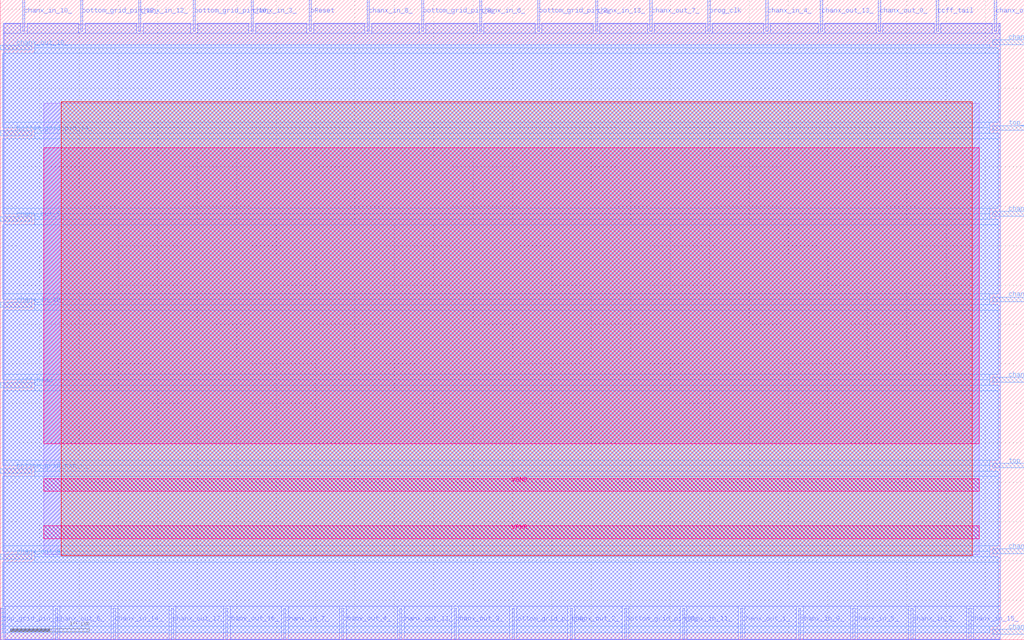
<source format=lef>
VERSION 5.7 ;
  NAMESCASESENSITIVE ON ;
  NOWIREEXTENSIONATPIN ON ;
  DIVIDERCHAR "/" ;
  BUSBITCHARS "[]" ;
UNITS
  DATABASE MICRONS 200 ;
END UNITS

MACRO cbx_1__0_
  CLASS BLOCK ;
  FOREIGN cbx_1__0_ ;
  ORIGIN 0.000 0.000 ;
  SIZE 129.920 BY 81.200 ;
  PIN bottom_grid_pin_0_
    DIRECTION OUTPUT TRISTATE ;
    PORT
      LAYER met3 ;
        RECT 0.000 21.120 4.000 21.720 ;
    END
  END bottom_grid_pin_0_
  PIN bottom_grid_pin_10_
    DIRECTION OUTPUT TRISTATE ;
    PORT
      LAYER met2 ;
        RECT 24.470 77.200 24.750 81.200 ;
    END
  END bottom_grid_pin_10_
  PIN bottom_grid_pin_12_
    DIRECTION OUTPUT TRISTATE ;
    PORT
      LAYER met2 ;
        RECT 10.210 77.200 10.490 81.200 ;
    END
  END bottom_grid_pin_12_
  PIN bottom_grid_pin_14_
    DIRECTION OUTPUT TRISTATE ;
    PORT
      LAYER met3 ;
        RECT 0.000 63.960 4.000 64.560 ;
    END
  END bottom_grid_pin_14_
  PIN bottom_grid_pin_2_
    DIRECTION OUTPUT TRISTATE ;
    PORT
      LAYER met2 ;
        RECT 68.170 77.200 68.450 81.200 ;
    END
  END bottom_grid_pin_2_
  PIN bottom_grid_pin_4_
    DIRECTION OUTPUT TRISTATE ;
    PORT
      LAYER met2 ;
        RECT 64.950 0.000 65.230 4.000 ;
    END
  END bottom_grid_pin_4_
  PIN bottom_grid_pin_6_
    DIRECTION OUTPUT TRISTATE ;
    PORT
      LAYER met2 ;
        RECT 79.210 0.000 79.490 4.000 ;
    END
  END bottom_grid_pin_6_
  PIN bottom_grid_pin_8_
    DIRECTION OUTPUT TRISTATE ;
    PORT
      LAYER met2 ;
        RECT 53.450 77.200 53.730 81.200 ;
    END
  END bottom_grid_pin_8_
  PIN ccff_head
    DIRECTION INPUT ;
    PORT
      LAYER met3 ;
        RECT 0.000 32.000 4.000 32.600 ;
    END
  END ccff_head
  PIN ccff_tail
    DIRECTION OUTPUT TRISTATE ;
    PORT
      LAYER met2 ;
        RECT 118.770 77.200 119.050 81.200 ;
    END
  END ccff_tail
  PIN chanx_in_0_
    DIRECTION INPUT ;
    PORT
      LAYER met3 ;
        RECT 125.920 42.880 129.920 43.480 ;
    END
  END chanx_in_0_
  PIN chanx_in_10_
    DIRECTION INPUT ;
    PORT
      LAYER met2 ;
        RECT 2.850 77.200 3.130 81.200 ;
    END
  END chanx_in_10_
  PIN chanx_in_11_
    DIRECTION INPUT ;
    PORT
      LAYER met2 ;
        RECT 86.570 0.000 86.850 4.000 ;
    END
  END chanx_in_11_
  PIN chanx_in_12_
    DIRECTION INPUT ;
    PORT
      LAYER met2 ;
        RECT 17.570 77.200 17.850 81.200 ;
    END
  END chanx_in_12_
  PIN chanx_in_13_
    DIRECTION INPUT ;
    PORT
      LAYER met2 ;
        RECT 75.530 77.200 75.810 81.200 ;
    END
  END chanx_in_13_
  PIN chanx_in_14_
    DIRECTION INPUT ;
    PORT
      LAYER met2 ;
        RECT 14.350 0.000 14.630 4.000 ;
    END
  END chanx_in_14_
  PIN chanx_in_15_
    DIRECTION INPUT ;
    PORT
      LAYER met2 ;
        RECT 122.910 0.000 123.190 4.000 ;
    END
  END chanx_in_15_
  PIN chanx_in_16_
    DIRECTION INPUT ;
    PORT
      LAYER met3 ;
        RECT 0.000 42.200 4.000 42.800 ;
    END
  END chanx_in_16_
  PIN chanx_in_17_
    DIRECTION INPUT ;
    PORT
      LAYER met3 ;
        RECT 125.920 10.920 129.920 11.520 ;
    END
  END chanx_in_17_
  PIN chanx_in_1_
    DIRECTION INPUT ;
    PORT
      LAYER met3 ;
        RECT 125.920 75.520 129.920 76.120 ;
    END
  END chanx_in_1_
  PIN chanx_in_2_
    DIRECTION INPUT ;
    PORT
      LAYER met2 ;
        RECT 115.550 0.000 115.830 4.000 ;
    END
  END chanx_in_2_
  PIN chanx_in_3_
    DIRECTION INPUT ;
    PORT
      LAYER met2 ;
        RECT 31.830 77.200 32.110 81.200 ;
    END
  END chanx_in_3_
  PIN chanx_in_4_
    DIRECTION INPUT ;
    PORT
      LAYER met2 ;
        RECT 97.150 77.200 97.430 81.200 ;
    END
  END chanx_in_4_
  PIN chanx_in_5_
    DIRECTION INPUT ;
    PORT
      LAYER met2 ;
        RECT 108.190 0.000 108.470 4.000 ;
    END
  END chanx_in_5_
  PIN chanx_in_6_
    DIRECTION INPUT ;
    PORT
      LAYER met2 ;
        RECT 60.810 77.200 61.090 81.200 ;
    END
  END chanx_in_6_
  PIN chanx_in_7_
    DIRECTION INPUT ;
    PORT
      LAYER met2 ;
        RECT 35.970 0.000 36.250 4.000 ;
    END
  END chanx_in_7_
  PIN chanx_in_8_
    DIRECTION INPUT ;
    PORT
      LAYER met2 ;
        RECT 46.550 77.200 46.830 81.200 ;
    END
  END chanx_in_8_
  PIN chanx_in_9_
    DIRECTION INPUT ;
    PORT
      LAYER met2 ;
        RECT 101.290 0.000 101.570 4.000 ;
    END
  END chanx_in_9_
  PIN chanx_out_0_
    DIRECTION OUTPUT TRISTATE ;
    PORT
      LAYER met2 ;
        RECT 111.410 77.200 111.690 81.200 ;
    END
  END chanx_out_0_
  PIN chanx_out_10_
    DIRECTION OUTPUT TRISTATE ;
    PORT
      LAYER met3 ;
        RECT 0.000 74.840 4.000 75.440 ;
    END
  END chanx_out_10_
  PIN chanx_out_11_
    DIRECTION OUTPUT TRISTATE ;
    PORT
      LAYER met2 ;
        RECT 50.690 0.000 50.970 4.000 ;
    END
  END chanx_out_11_
  PIN chanx_out_12_
    DIRECTION OUTPUT TRISTATE ;
    PORT
      LAYER met3 ;
        RECT 125.920 53.760 129.920 54.360 ;
    END
  END chanx_out_12_
  PIN chanx_out_13_
    DIRECTION OUTPUT TRISTATE ;
    PORT
      LAYER met2 ;
        RECT 104.050 77.200 104.330 81.200 ;
    END
  END chanx_out_13_
  PIN chanx_out_14_
    DIRECTION OUTPUT TRISTATE ;
    PORT
      LAYER met2 ;
        RECT 126.130 77.200 126.410 81.200 ;
    END
  END chanx_out_14_
  PIN chanx_out_15_
    DIRECTION OUTPUT TRISTATE ;
    PORT
      LAYER met3 ;
        RECT 125.920 0.720 129.920 1.320 ;
    END
  END chanx_out_15_
  PIN chanx_out_16_
    DIRECTION OUTPUT TRISTATE ;
    PORT
      LAYER met2 ;
        RECT 28.610 0.000 28.890 4.000 ;
    END
  END chanx_out_16_
  PIN chanx_out_17_
    DIRECTION OUTPUT TRISTATE ;
    PORT
      LAYER met2 ;
        RECT 21.710 0.000 21.990 4.000 ;
    END
  END chanx_out_17_
  PIN chanx_out_1_
    DIRECTION OUTPUT TRISTATE ;
    PORT
      LAYER met2 ;
        RECT 93.930 0.000 94.210 4.000 ;
    END
  END chanx_out_1_
  PIN chanx_out_2_
    DIRECTION OUTPUT TRISTATE ;
    PORT
      LAYER met2 ;
        RECT 72.310 0.000 72.590 4.000 ;
    END
  END chanx_out_2_
  PIN chanx_out_3_
    DIRECTION OUTPUT TRISTATE ;
    PORT
      LAYER met2 ;
        RECT 57.590 0.000 57.870 4.000 ;
    END
  END chanx_out_3_
  PIN chanx_out_4_
    DIRECTION OUTPUT TRISTATE ;
    PORT
      LAYER met2 ;
        RECT 43.330 0.000 43.610 4.000 ;
    END
  END chanx_out_4_
  PIN chanx_out_5_
    DIRECTION OUTPUT TRISTATE ;
    PORT
      LAYER met3 ;
        RECT 0.000 53.080 4.000 53.680 ;
    END
  END chanx_out_5_
  PIN chanx_out_6_
    DIRECTION OUTPUT TRISTATE ;
    PORT
      LAYER met2 ;
        RECT 6.990 0.000 7.270 4.000 ;
    END
  END chanx_out_6_
  PIN chanx_out_7_
    DIRECTION OUTPUT TRISTATE ;
    PORT
      LAYER met2 ;
        RECT 82.430 77.200 82.710 81.200 ;
    END
  END chanx_out_7_
  PIN chanx_out_8_
    DIRECTION OUTPUT TRISTATE ;
    PORT
      LAYER met3 ;
        RECT 125.920 32.680 129.920 33.280 ;
    END
  END chanx_out_8_
  PIN chanx_out_9_
    DIRECTION OUTPUT TRISTATE ;
    PORT
      LAYER met3 ;
        RECT 0.000 10.240 4.000 10.840 ;
    END
  END chanx_out_9_
  PIN pReset
    DIRECTION INPUT ;
    PORT
      LAYER met2 ;
        RECT 39.190 77.200 39.470 81.200 ;
    END
  END pReset
  PIN prog_clk
    DIRECTION INPUT ;
    PORT
      LAYER met2 ;
        RECT 89.790 77.200 90.070 81.200 ;
    END
  END prog_clk
  PIN top_grid_pin_14_
    DIRECTION OUTPUT TRISTATE ;
    PORT
      LAYER met3 ;
        RECT 125.920 64.640 129.920 65.240 ;
    END
  END top_grid_pin_14_
  PIN top_grid_pin_2_
    DIRECTION OUTPUT TRISTATE ;
    PORT
      LAYER met3 ;
        RECT 125.920 21.800 129.920 22.400 ;
    END
  END top_grid_pin_2_
  PIN top_grid_pin_6_
    DIRECTION OUTPUT TRISTATE ;
    PORT
      LAYER met2 ;
        RECT 0.090 0.000 0.370 4.000 ;
    END
  END top_grid_pin_6_
  PIN VPWR
    DIRECTION INPUT ;
    USE POWER ;
    PORT
      LAYER met5 ;
        RECT 5.520 12.840 124.200 14.440 ;
    END
  END VPWR
  PIN VGND
    DIRECTION INPUT ;
    USE GROUND ;
    PORT
      LAYER met5 ;
        RECT 5.520 18.840 124.200 20.440 ;
    END
  END VGND
  OBS
      LAYER li1 ;
        RECT 5.520 10.795 124.200 68.085 ;
      LAYER met1 ;
        RECT 0.530 0.040 126.890 78.160 ;
      LAYER met2 ;
        RECT 0.370 76.920 2.570 78.190 ;
        RECT 3.410 76.920 9.930 78.190 ;
        RECT 10.770 76.920 17.290 78.190 ;
        RECT 18.130 76.920 24.190 78.190 ;
        RECT 25.030 76.920 31.550 78.190 ;
        RECT 32.390 76.920 38.910 78.190 ;
        RECT 39.750 76.920 46.270 78.190 ;
        RECT 47.110 76.920 53.170 78.190 ;
        RECT 54.010 76.920 60.530 78.190 ;
        RECT 61.370 76.920 67.890 78.190 ;
        RECT 68.730 76.920 75.250 78.190 ;
        RECT 76.090 76.920 82.150 78.190 ;
        RECT 82.990 76.920 89.510 78.190 ;
        RECT 90.350 76.920 96.870 78.190 ;
        RECT 97.710 76.920 103.770 78.190 ;
        RECT 104.610 76.920 111.130 78.190 ;
        RECT 111.970 76.920 118.490 78.190 ;
        RECT 119.330 76.920 125.850 78.190 ;
        RECT 126.690 76.920 126.870 78.190 ;
        RECT 0.370 4.280 126.870 76.920 ;
        RECT 0.650 0.010 6.710 4.280 ;
        RECT 7.550 0.010 14.070 4.280 ;
        RECT 14.910 0.010 21.430 4.280 ;
        RECT 22.270 0.010 28.330 4.280 ;
        RECT 29.170 0.010 35.690 4.280 ;
        RECT 36.530 0.010 43.050 4.280 ;
        RECT 43.890 0.010 50.410 4.280 ;
        RECT 51.250 0.010 57.310 4.280 ;
        RECT 58.150 0.010 64.670 4.280 ;
        RECT 65.510 0.010 72.030 4.280 ;
        RECT 72.870 0.010 78.930 4.280 ;
        RECT 79.770 0.010 86.290 4.280 ;
        RECT 87.130 0.010 93.650 4.280 ;
        RECT 94.490 0.010 101.010 4.280 ;
        RECT 101.850 0.010 107.910 4.280 ;
        RECT 108.750 0.010 115.270 4.280 ;
        RECT 116.110 0.010 122.630 4.280 ;
        RECT 123.470 0.010 126.870 4.280 ;
      LAYER met3 ;
        RECT 4.400 75.120 125.520 75.520 ;
        RECT 4.400 74.440 126.650 75.120 ;
        RECT 0.310 65.640 126.650 74.440 ;
        RECT 0.310 64.960 125.520 65.640 ;
        RECT 4.400 64.240 125.520 64.960 ;
        RECT 4.400 63.560 126.650 64.240 ;
        RECT 0.310 54.760 126.650 63.560 ;
        RECT 0.310 54.080 125.520 54.760 ;
        RECT 4.400 53.360 125.520 54.080 ;
        RECT 4.400 52.680 126.650 53.360 ;
        RECT 0.310 43.880 126.650 52.680 ;
        RECT 0.310 43.200 125.520 43.880 ;
        RECT 4.400 42.480 125.520 43.200 ;
        RECT 4.400 41.800 126.650 42.480 ;
        RECT 0.310 33.680 126.650 41.800 ;
        RECT 0.310 33.000 125.520 33.680 ;
        RECT 4.400 32.280 125.520 33.000 ;
        RECT 4.400 31.600 126.650 32.280 ;
        RECT 0.310 22.800 126.650 31.600 ;
        RECT 0.310 22.120 125.520 22.800 ;
        RECT 4.400 21.400 125.520 22.120 ;
        RECT 4.400 20.720 126.650 21.400 ;
        RECT 0.310 11.920 126.650 20.720 ;
        RECT 0.310 11.240 125.520 11.920 ;
        RECT 4.400 10.520 125.520 11.240 ;
        RECT 4.400 9.840 126.650 10.520 ;
        RECT 0.310 1.720 126.650 9.840 ;
        RECT 0.310 0.870 125.520 1.720 ;
      LAYER met4 ;
        RECT 7.720 10.640 123.320 68.240 ;
      LAYER met5 ;
        RECT 5.520 24.840 124.200 62.440 ;
  END
END cbx_1__0_
END LIBRARY


</source>
